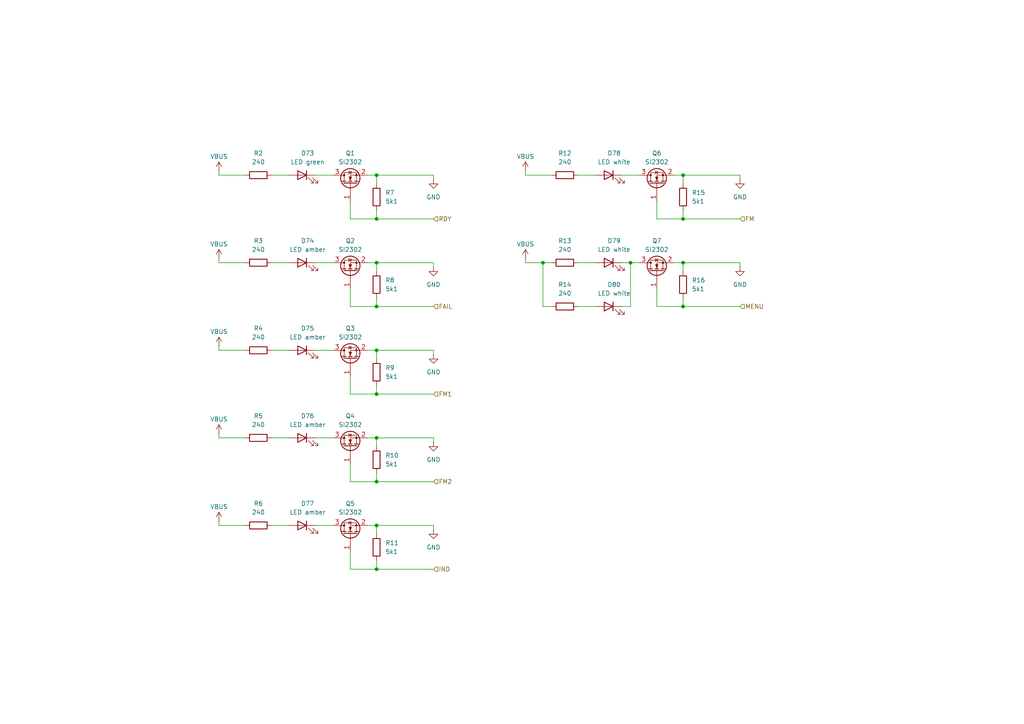
<source format=kicad_sch>
(kicad_sch (version 20231120) (generator "eeschema") (generator_version "8.0")
  (paper "A4")
  (lib_symbols
    (symbol "Device:LED" (pin_numbers hide) (pin_names (offset 1.016) hide)
      (property "Reference" "D" (at 0 2.54 0))
      (property "Value" "LED" (at 0 -2.54 0))
      (symbol "LED_0_1"
        (polyline (pts (xy -1.27 -1.27) (xy -1.27 1.27)) (stroke (width 0.254)))
        (polyline (pts (xy -1.27 0) (xy 1.27 0)))
        (polyline (pts (xy 1.27 -1.27) (xy 1.27 1.27) (xy -1.27 0) (xy 1.27 -1.27)) (stroke (width 0.254)))
        (polyline (pts (xy -3.048 -0.762) (xy -4.572 -2.286) (xy -3.81 -2.286) (xy -4.572 -2.286) (xy -4.572 -1.524)))
        (polyline (pts (xy -1.778 -0.762) (xy -3.302 -2.286) (xy -2.54 -2.286) (xy -3.302 -2.286) (xy -3.302 -1.524)))
      )
      (symbol "LED_1_1"
        (pin passive line (at -3.81 0 0) (length 2.54) (name "K") (number "1"))
        (pin passive line (at 3.81 0 180) (length 2.54) (name "A") (number "2"))
      )
    )
    (symbol "Device:R" (pin_numbers hide) (pin_names (offset 0))
      (property "Reference" "R" (at 2.032 0 90))
      (property "Value" "R" (at 0 0 90))
      (symbol "R_0_1"
        (rectangle (start -1.016 -2.54) (end 1.016 2.54) (stroke (width 0.254)))
      )
      (symbol "R_1_1"
        (pin passive line (at 0 3.81 270) (length 1.27) (name "~") (number "1"))
        (pin passive line (at 0 -3.81 90) (length 1.27) (name "~") (number "2"))
      )
    )
    (symbol "Transistor_FET:2N7002K" (pin_names hide)
      (property "Reference" "Q" (at 5.08 1.905 0))
      (property "Value" "2N7002K" (at 5.08 0 0))
      (symbol "2N7002K_0_1"
        (polyline (pts (xy 0.254 0) (xy -2.54 0)))
        (polyline (pts (xy 0.254 1.905) (xy 0.254 -1.905)) (stroke (width 0.254)))
        (polyline (pts (xy 0.762 -1.27) (xy 0.762 -2.286)) (stroke (width 0.254)))
        (polyline (pts (xy 0.762 0.508) (xy 0.762 -0.508)) (stroke (width 0.254)))
        (polyline (pts (xy 0.762 2.286) (xy 0.762 1.27)) (stroke (width 0.254)))
        (polyline (pts (xy 2.54 2.54) (xy 2.54 1.778)))
        (polyline (pts (xy 2.54 -2.54) (xy 2.54 0) (xy 0.762 0)))
        (polyline (pts (xy 0.762 -1.778) (xy 3.302 -1.778) (xy 3.302 1.778) (xy 0.762 1.778)))
        (polyline (pts (xy 1.016 0) (xy 2.032 0.381) (xy 2.032 -0.381) (xy 1.016 0)) (fill (type outline)))
        (polyline (pts (xy 2.794 0.508) (xy 2.921 0.381) (xy 3.683 0.381) (xy 3.81 0.254)))
        (polyline (pts (xy 3.302 0.381) (xy 2.921 -0.254) (xy 3.683 -0.254) (xy 3.302 0.381)))
        (circle (center 1.651 0) (radius 2.794) (stroke (width 0.254)))
        (circle (center 2.54 -1.778) (radius 0.254) (fill (type outline)))
        (circle (center 2.54 1.778) (radius 0.254) (fill (type outline)))
      )
      (symbol "2N7002K_1_1"
        (pin input line (at -5.08 0 0) (length 2.54) (name "G") (number "1"))
        (pin passive line (at 2.54 -5.08 90) (length 2.54) (name "S") (number "2"))
        (pin passive line (at 2.54 5.08 270) (length 2.54) (name "D") (number "3"))
      )
    )
    (symbol "power:GND" (power) (pin_numbers hide) (pin_names (offset 0) hide)
      (property "Value" "GND" (at 0 -3.81 0))
      (symbol "GND_0_1"
        (polyline (pts (xy 0 0) (xy 0 -1.27) (xy 1.27 -1.27) (xy 0 -2.54) (xy -1.27 -1.27) (xy 0 -1.27)))
      )
      (symbol "GND_1_1"
        (pin power_in line (at 0 0 270) (length 0) (name "~") (number "1"))
      )
    )
    (symbol "power:VBUS" (power) (pin_numbers hide) (pin_names (offset 0) hide)
      (property "Value" "VBUS" (at 0 3.556 0))
      (symbol "VBUS_0_1"
        (polyline (pts (xy -0.762 1.27) (xy 0 2.54)))
        (polyline (pts (xy 0 0) (xy 0 2.54)))
        (polyline (pts (xy 0 2.54) (xy 0.762 1.27)))
      )
      (symbol "VBUS_1_1"
        (pin power_in line (at 0 0 90) (length 0) (name "~") (number "1"))
      )
    )
  )
  (junction (at 109.22 88.9))
  (junction (at 198.12 88.9))
  (junction (at 109.22 139.7))
  (junction (at 198.12 76.2))
  (junction (at 157.48 76.2))
  (junction (at 109.22 63.5))
  (junction (at 182.88 76.2))
  (junction (at 109.22 165.1))
  (junction (at 198.12 50.8))
  (junction (at 109.22 50.8))
  (junction (at 109.22 76.2))
  (junction (at 198.12 63.5))
  (junction (at 109.22 101.6))
  (junction (at 109.22 114.3))
  (junction (at 109.22 127))
  (junction (at 109.22 152.4))
  (wire (pts (xy 190.5 58.42) (xy 190.5 63.5)))
  (wire (pts (xy 101.6 83.82) (xy 101.6 88.9)))
  (wire (pts (xy 125.73 101.6) (xy 109.22 101.6)))
  (wire (pts (xy 63.5 50.8) (xy 63.5 49.53)))
  (wire (pts (xy 63.5 127) (xy 71.12 127)))
  (wire (pts (xy 125.73 127) (xy 109.22 127)))
  (wire (pts (xy 198.12 76.2) (xy 198.12 78.74)))
  (wire (pts (xy 109.22 162.56) (xy 109.22 165.1)))
  (wire (pts (xy 78.74 152.4) (xy 83.82 152.4)))
  (wire (pts (xy 198.12 63.5) (xy 214.63 63.5)))
  (wire (pts (xy 106.68 50.8) (xy 109.22 50.8)))
  (wire (pts (xy 63.5 76.2) (xy 71.12 76.2)))
  (wire (pts (xy 198.12 88.9) (xy 214.63 88.9)))
  (wire (pts (xy 63.5 76.2) (xy 63.5 74.93)))
  (wire (pts (xy 180.34 88.9) (xy 182.88 88.9)))
  (wire (pts (xy 101.6 63.5) (xy 109.22 63.5)))
  (wire (pts (xy 214.63 77.47) (xy 214.63 76.2)))
  (wire (pts (xy 157.48 88.9) (xy 157.48 76.2)))
  (wire (pts (xy 91.44 152.4) (xy 96.52 152.4)))
  (wire (pts (xy 109.22 63.5) (xy 125.73 63.5)))
  (wire (pts (xy 109.22 111.76) (xy 109.22 114.3)))
  (wire (pts (xy 78.74 101.6) (xy 83.82 101.6)))
  (wire (pts (xy 91.44 127) (xy 96.52 127)))
  (wire (pts (xy 101.6 109.22) (xy 101.6 114.3)))
  (wire (pts (xy 63.5 127) (xy 63.5 125.73)))
  (wire (pts (xy 182.88 76.2) (xy 182.88 88.9)))
  (wire (pts (xy 109.22 127) (xy 109.22 129.54)))
  (wire (pts (xy 125.73 50.8) (xy 109.22 50.8)))
  (wire (pts (xy 152.4 50.8) (xy 152.4 49.53)))
  (wire (pts (xy 125.73 102.87) (xy 125.73 101.6)))
  (wire (pts (xy 182.88 76.2) (xy 185.42 76.2)))
  (wire (pts (xy 101.6 58.42) (xy 101.6 63.5)))
  (wire (pts (xy 63.5 152.4) (xy 71.12 152.4)))
  (wire (pts (xy 195.58 50.8) (xy 198.12 50.8)))
  (wire (pts (xy 198.12 60.96) (xy 198.12 63.5)))
  (wire (pts (xy 63.5 101.6) (xy 63.5 100.33)))
  (wire (pts (xy 214.63 52.07) (xy 214.63 50.8)))
  (wire (pts (xy 78.74 127) (xy 83.82 127)))
  (wire (pts (xy 152.4 50.8) (xy 160.02 50.8)))
  (wire (pts (xy 190.5 83.82) (xy 190.5 88.9)))
  (wire (pts (xy 167.64 76.2) (xy 172.72 76.2)))
  (wire (pts (xy 91.44 101.6) (xy 96.52 101.6)))
  (wire (pts (xy 152.4 76.2) (xy 152.4 74.93)))
  (wire (pts (xy 152.4 76.2) (xy 157.48 76.2)))
  (wire (pts (xy 109.22 86.36) (xy 109.22 88.9)))
  (wire (pts (xy 109.22 76.2) (xy 109.22 78.74)))
  (wire (pts (xy 63.5 101.6) (xy 71.12 101.6)))
  (wire (pts (xy 78.74 76.2) (xy 83.82 76.2)))
  (wire (pts (xy 125.73 128.27) (xy 125.73 127)))
  (wire (pts (xy 101.6 160.02) (xy 101.6 165.1)))
  (wire (pts (xy 157.48 76.2) (xy 160.02 76.2)))
  (wire (pts (xy 91.44 50.8) (xy 96.52 50.8)))
  (wire (pts (xy 109.22 60.96) (xy 109.22 63.5)))
  (wire (pts (xy 109.22 88.9) (xy 125.73 88.9)))
  (wire (pts (xy 195.58 76.2) (xy 198.12 76.2)))
  (wire (pts (xy 125.73 152.4) (xy 109.22 152.4)))
  (wire (pts (xy 214.63 76.2) (xy 198.12 76.2)))
  (wire (pts (xy 190.5 88.9) (xy 198.12 88.9)))
  (wire (pts (xy 167.64 50.8) (xy 172.72 50.8)))
  (wire (pts (xy 101.6 88.9) (xy 109.22 88.9)))
  (wire (pts (xy 109.22 101.6) (xy 109.22 104.14)))
  (wire (pts (xy 109.22 165.1) (xy 125.73 165.1)))
  (wire (pts (xy 106.68 101.6) (xy 109.22 101.6)))
  (wire (pts (xy 78.74 50.8) (xy 83.82 50.8)))
  (wire (pts (xy 125.73 76.2) (xy 109.22 76.2)))
  (wire (pts (xy 63.5 50.8) (xy 71.12 50.8)))
  (wire (pts (xy 106.68 76.2) (xy 109.22 76.2)))
  (wire (pts (xy 109.22 137.16) (xy 109.22 139.7)))
  (wire (pts (xy 106.68 152.4) (xy 109.22 152.4)))
  (wire (pts (xy 125.73 153.67) (xy 125.73 152.4)))
  (wire (pts (xy 101.6 134.62) (xy 101.6 139.7)))
  (wire (pts (xy 91.44 76.2) (xy 96.52 76.2)))
  (wire (pts (xy 214.63 50.8) (xy 198.12 50.8)))
  (wire (pts (xy 109.22 152.4) (xy 109.22 154.94)))
  (wire (pts (xy 198.12 86.36) (xy 198.12 88.9)))
  (wire (pts (xy 125.73 77.47) (xy 125.73 76.2)))
  (wire (pts (xy 106.68 127) (xy 109.22 127)))
  (wire (pts (xy 180.34 50.8) (xy 185.42 50.8)))
  (wire (pts (xy 109.22 50.8) (xy 109.22 53.34)))
  (wire (pts (xy 160.02 88.9) (xy 157.48 88.9)))
  (wire (pts (xy 190.5 63.5) (xy 198.12 63.5)))
  (wire (pts (xy 101.6 114.3) (xy 109.22 114.3)))
  (wire (pts (xy 180.34 76.2) (xy 182.88 76.2)))
  (wire (pts (xy 167.64 88.9) (xy 172.72 88.9)))
  (wire (pts (xy 109.22 139.7) (xy 125.73 139.7)))
  (wire (pts (xy 101.6 139.7) (xy 109.22 139.7)))
  (wire (pts (xy 109.22 114.3) (xy 125.73 114.3)))
  (wire (pts (xy 63.5 152.4) (xy 63.5 151.13)))
  (wire (pts (xy 101.6 165.1) (xy 109.22 165.1)))
  (wire (pts (xy 125.73 52.07) (xy 125.73 50.8)))
  (wire (pts (xy 198.12 50.8) (xy 198.12 53.34)))
  (hierarchical_label "FAIL" (shape input) (at 125.73 88.9 0))
  (hierarchical_label "FM1" (shape input) (at 125.73 114.3 0))
  (hierarchical_label "MENU" (shape input) (at 214.63 88.9 0))
  (hierarchical_label "RDY" (shape input) (at 125.73 63.5 0))
  (hierarchical_label "FM" (shape input) (at 214.63 63.5 0))
  (hierarchical_label "IND" (shape input) (at 125.73 165.1 0))
  (hierarchical_label "FM2" (shape input) (at 125.73 139.7 0))
  (symbol (lib_id "Transistor_FET:2N7002K") (at 190.5 78.74 90) (unit 1)
    (property "Reference" "Q7" (at 190.5 69.85 90))
    (property "Value" "SI2302" (at 190.5 72.39 90))
    (property "Footprint" "Package_TO_SOT_SMD:SOT-23" (effects (hide yes)))
    (property "Datasheet" "https://www.diodes.com/assets/Datasheets/ds30896.pdf" (effects (hide yes)))
    (property "Description" "0.38A Id, 60V Vds, N-Channel MOSFET, SOT-23" (effects (hide yes)))
    (property "Manufracturer" "YONGYUTAI" (effects (hide yes)))
    (property "Manufracturer Part Number" "SI2302" (effects (hide yes)))
    (property "JLCPCB Part" "C2891732" (effects (hide yes)))
  )
  (symbol (lib_id "Device:LED") (at 176.53 50.8 0) (mirror y) (unit 1)
    (property "Reference" "D78" (at 178.1175 44.45 0))
    (property "Value" "LED white" (at 178.1175 46.99 0))
    (property "Footprint" "LED_SMD:LED_0805_2012Metric" (effects (hide yes)))
    (property "Datasheet" "https://www.lcsc.com/datasheet/lcsc_datasheet_2402181504_XINGLIGHT-XL-2012WWC-DS_C3646928.pdf" (effects (hide yes)))
    (property "JLCPCB Part" "C3646928" (effects (hide yes)))
    (property "Manufracturer" "XINGLIGHT" (effects (hide yes)))
    (property "Manufracturer Part Number" "XL-2012WWC-DS" (effects (hide yes)))
  )
  (symbol (lib_id "Device:R") (at 109.22 82.55 180) (unit 1)
    (property "Reference" "R8" (at 111.76 81.28 0) (effects (justify right)))
    (property "Value" "5k1" (at 111.76 83.82 0) (effects (justify right)))
    (property "Footprint" "Resistor_SMD:R_0603_1608Metric" (effects (hide yes)))
    (property "Datasheet" "https://www.lcsc.com/datasheet/lcsc_datasheet_2206010116_UNI-ROYAL-Uniroyal-Elec-0603WAF5101T5E_C23186.pdf" (effects (hide yes)))
    (property "JLCPCB Part" "C23186" (effects (hide yes)))
    (property "Manufracturer" "UNI-ROYAL(Uniroyal Elec)" (effects (hide yes)))
    (property "Manufracturer Part Number" "0603WAF5101T5E" (effects (hide yes)))
  )
  (symbol (lib_id "Device:R") (at 198.12 57.15 180) (unit 1)
    (property "Reference" "R15" (at 200.66 55.88 0) (effects (justify right)))
    (property "Value" "5k1" (at 200.66 58.42 0) (effects (justify right)))
    (property "Footprint" "Resistor_SMD:R_0603_1608Metric" (effects (hide yes)))
    (property "Datasheet" "https://www.lcsc.com/datasheet/lcsc_datasheet_2206010116_UNI-ROYAL-Uniroyal-Elec-0603WAF5101T5E_C23186.pdf" (effects (hide yes)))
    (property "JLCPCB Part" "C23186" (effects (hide yes)))
    (property "Manufracturer" "UNI-ROYAL(Uniroyal Elec)" (effects (hide yes)))
    (property "Manufracturer Part Number" "0603WAF5101T5E" (effects (hide yes)))
  )
  (symbol (lib_id "Device:LED") (at 87.63 152.4 0) (mirror y) (unit 1)
    (property "Reference" "D77" (at 89.2175 146.05 0))
    (property "Value" "LED amber" (at 89.2175 148.59 0))
    (property "Footprint" "LED_SMD:LED_0603_1608Metric" (effects (hide yes)))
    (property "Datasheet" "https://www.lcsc.com/datasheet/lcsc_datasheet_1810092051_BrtLed-Bright-LED-Elec-BL-HJC36G-AV-TRB_C165983.pdf" (effects (hide yes)))
    (property "JLCPCB Part" "C165983" (effects (hide yes)))
    (property "Manufracturer" "BrtLed(Bright LED Elec)" (effects (hide yes)))
    (property "Manufracturer Part Number" "BL-HJC36G-AV-TRB" (effects (hide yes)))
  )
  (symbol (lib_id "power:VBUS") (at 63.5 74.93 0) (unit 1)
    (property "Reference" "#PWR017" (effects (hide yes)))
    (property "Value" "VBUS" (at 63.5 70.7969 0))
    (property "Description" "Power symbol creates a global label with name \"VBUS\"" (effects (hide yes)))
  )
  (symbol (lib_id "power:GND") (at 125.73 77.47 0) (unit 1)
    (property "Reference" "#PWR022" (effects (hide yes)))
    (property "Value" "GND" (at 125.73 82.55 0))
    (property "Description" "Power symbol creates a global label with name \"GND\" , ground" (effects (hide yes)))
  )
  (symbol (lib_id "Device:LED") (at 176.53 88.9 0) (mirror y) (unit 1)
    (property "Reference" "D80" (at 178.1175 82.55 0))
    (property "Value" "LED white" (at 178.1175 85.09 0))
    (property "Footprint" "LED_SMD:LED_0805_2012Metric" (effects (hide yes)))
    (property "Datasheet" "https://www.lcsc.com/datasheet/lcsc_datasheet_2402181504_XINGLIGHT-XL-2012WWC-DS_C3646928.pdf" (effects (hide yes)))
    (property "JLCPCB Part" "C3646928" (effects (hide yes)))
    (property "Manufracturer" "XINGLIGHT" (effects (hide yes)))
    (property "Manufracturer Part Number" "XL-2012WWC-DS" (effects (hide yes)))
  )
  (symbol (lib_id "Device:R") (at 109.22 107.95 180) (unit 1)
    (property "Reference" "R9" (at 111.76 106.68 0) (effects (justify right)))
    (property "Value" "5k1" (at 111.76 109.22 0) (effects (justify right)))
    (property "Footprint" "Resistor_SMD:R_0603_1608Metric" (effects (hide yes)))
    (property "Datasheet" "https://www.lcsc.com/datasheet/lcsc_datasheet_2206010116_UNI-ROYAL-Uniroyal-Elec-0603WAF5101T5E_C23186.pdf" (effects (hide yes)))
    (property "JLCPCB Part" "C23186" (effects (hide yes)))
    (property "Manufracturer" "UNI-ROYAL(Uniroyal Elec)" (effects (hide yes)))
    (property "Manufracturer Part Number" "0603WAF5101T5E" (effects (hide yes)))
  )
  (symbol (lib_id "Transistor_FET:2N7002K") (at 190.5 53.34 90) (unit 1)
    (property "Reference" "Q6" (at 190.5 44.45 90))
    (property "Value" "SI2302" (at 190.5 46.99 90))
    (property "Footprint" "Package_TO_SOT_SMD:SOT-23" (effects (hide yes)))
    (property "Datasheet" "https://www.diodes.com/assets/Datasheets/ds30896.pdf" (effects (hide yes)))
    (property "Description" "0.38A Id, 60V Vds, N-Channel MOSFET, SOT-23" (effects (hide yes)))
    (property "Manufracturer" "YONGYUTAI" (effects (hide yes)))
    (property "Manufracturer Part Number" "SI2302" (effects (hide yes)))
    (property "JLCPCB Part" "C2891732" (effects (hide yes)))
  )
  (symbol (lib_id "Device:R") (at 109.22 57.15 180) (unit 1)
    (property "Reference" "R7" (at 111.76 55.88 0) (effects (justify right)))
    (property "Value" "5k1" (at 111.76 58.42 0) (effects (justify right)))
    (property "Footprint" "Resistor_SMD:R_0603_1608Metric" (effects (hide yes)))
    (property "Datasheet" "https://www.lcsc.com/datasheet/lcsc_datasheet_2206010116_UNI-ROYAL-Uniroyal-Elec-0603WAF5101T5E_C23186.pdf" (effects (hide yes)))
    (property "JLCPCB Part" "C23186" (effects (hide yes)))
    (property "Manufracturer" "UNI-ROYAL(Uniroyal Elec)" (effects (hide yes)))
    (property "Manufracturer Part Number" "0603WAF5101T5E" (effects (hide yes)))
  )
  (symbol (lib_id "Transistor_FET:2N7002K") (at 101.6 78.74 90) (unit 1)
    (property "Reference" "Q2" (at 101.6 69.85 90))
    (property "Value" "SI2302" (at 101.6 72.39 90))
    (property "Footprint" "Package_TO_SOT_SMD:SOT-23" (effects (hide yes)))
    (property "Datasheet" "https://www.diodes.com/assets/Datasheets/ds30896.pdf" (effects (hide yes)))
    (property "Description" "0.38A Id, 60V Vds, N-Channel MOSFET, SOT-23" (effects (hide yes)))
    (property "Manufracturer" "YONGYUTAI" (effects (hide yes)))
    (property "Manufracturer Part Number" "SI2302" (effects (hide yes)))
    (property "JLCPCB Part" "C2891732" (effects (hide yes)))
  )
  (symbol (lib_id "Device:R") (at 74.93 152.4 90) (unit 1)
    (property "Reference" "R6" (at 74.93 146.05 90))
    (property "Value" "240" (at 74.93 148.59 90))
    (property "Footprint" "Resistor_SMD:R_0805_2012Metric" (effects (hide yes)))
    (property "Datasheet" "https://www.lcsc.com/datasheet/lcsc_datasheet_2206010200_UNI-ROYAL-Uniroyal-Elec-0805W8F2400T5E_C17572.pdf" (effects (hide yes)))
    (property "JLCPCB Part" "C17572" (effects (hide yes)))
    (property "Manufracturer" "UNI-ROYAL(Uniroyal Elec)" (effects (hide yes)))
    (property "Manufracturer Part Number" "0805W8F2400T5E" (effects (hide yes)))
  )
  (symbol (lib_id "Transistor_FET:2N7002K") (at 101.6 154.94 90) (unit 1)
    (property "Reference" "Q5" (at 101.6 146.05 90))
    (property "Value" "SI2302" (at 101.6 148.59 90))
    (property "Footprint" "Package_TO_SOT_SMD:SOT-23" (effects (hide yes)))
    (property "Datasheet" "https://www.diodes.com/assets/Datasheets/ds30896.pdf" (effects (hide yes)))
    (property "Description" "0.38A Id, 60V Vds, N-Channel MOSFET, SOT-23" (effects (hide yes)))
    (property "Manufracturer" "YONGYUTAI" (effects (hide yes)))
    (property "Manufracturer Part Number" "SI2302" (effects (hide yes)))
    (property "JLCPCB Part" "C2891732" (effects (hide yes)))
  )
  (symbol (lib_id "Device:LED") (at 87.63 127 0) (mirror y) (unit 1)
    (property "Reference" "D76" (at 89.2175 120.65 0))
    (property "Value" "LED amber" (at 89.2175 123.19 0))
    (property "Footprint" "LED_SMD:LED_0603_1608Metric" (effects (hide yes)))
    (property "Datasheet" "https://www.lcsc.com/datasheet/lcsc_datasheet_1810092051_BrtLed-Bright-LED-Elec-BL-HJC36G-AV-TRB_C165983.pdf" (effects (hide yes)))
    (property "JLCPCB Part" "C165983" (effects (hide yes)))
    (property "Manufracturer" "BrtLed(Bright LED Elec)" (effects (hide yes)))
    (property "Manufracturer Part Number" "BL-HJC36G-AV-TRB" (effects (hide yes)))
  )
  (symbol (lib_id "power:VBUS") (at 152.4 49.53 0) (unit 1)
    (property "Reference" "#PWR026" (effects (hide yes)))
    (property "Value" "VBUS" (at 152.4 45.3969 0))
    (property "Description" "Power symbol creates a global label with name \"VBUS\"" (effects (hide yes)))
  )
  (symbol (lib_id "Device:R") (at 163.83 50.8 90) (unit 1)
    (property "Reference" "R12" (at 163.83 44.45 90))
    (property "Value" "240" (at 163.83 46.99 90))
    (property "Footprint" "Resistor_SMD:R_0805_2012Metric" (effects (hide yes)))
    (property "Datasheet" "https://www.lcsc.com/datasheet/lcsc_datasheet_2206010200_UNI-ROYAL-Uniroyal-Elec-0805W8F2400T5E_C17572.pdf" (effects (hide yes)))
    (property "JLCPCB Part" "C17572" (effects (hide yes)))
    (property "Manufracturer" "UNI-ROYAL(Uniroyal Elec)" (effects (hide yes)))
    (property "Manufracturer Part Number" "0805W8F2400T5E" (effects (hide yes)))
  )
  (symbol (lib_id "Device:R") (at 74.93 101.6 90) (unit 1)
    (property "Reference" "R4" (at 74.93 95.25 90))
    (property "Value" "240" (at 74.93 97.79 90))
    (property "Footprint" "Resistor_SMD:R_0805_2012Metric" (effects (hide yes)))
    (property "Datasheet" "https://www.lcsc.com/datasheet/lcsc_datasheet_2206010200_UNI-ROYAL-Uniroyal-Elec-0805W8F2400T5E_C17572.pdf" (effects (hide yes)))
    (property "JLCPCB Part" "C17572" (effects (hide yes)))
    (property "Manufracturer" "UNI-ROYAL(Uniroyal Elec)" (effects (hide yes)))
    (property "Manufracturer Part Number" "0805W8F2400T5E" (effects (hide yes)))
  )
  (symbol (lib_id "power:GND") (at 125.73 128.27 0) (unit 1)
    (property "Reference" "#PWR024" (effects (hide yes)))
    (property "Value" "GND" (at 125.73 133.35 0))
    (property "Description" "Power symbol creates a global label with name \"GND\" , ground" (effects (hide yes)))
  )
  (symbol (lib_id "power:VBUS") (at 63.5 151.13 0) (unit 1)
    (property "Reference" "#PWR020" (effects (hide yes)))
    (property "Value" "VBUS" (at 63.5 146.9969 0))
    (property "Description" "Power symbol creates a global label with name \"VBUS\"" (effects (hide yes)))
  )
  (symbol (lib_id "Device:R") (at 74.93 127 90) (unit 1)
    (property "Reference" "R5" (at 74.93 120.65 90))
    (property "Value" "240" (at 74.93 123.19 90))
    (property "Footprint" "Resistor_SMD:R_0805_2012Metric" (effects (hide yes)))
    (property "Datasheet" "https://www.lcsc.com/datasheet/lcsc_datasheet_2206010200_UNI-ROYAL-Uniroyal-Elec-0805W8F2400T5E_C17572.pdf" (effects (hide yes)))
    (property "JLCPCB Part" "C17572" (effects (hide yes)))
    (property "Manufracturer" "UNI-ROYAL(Uniroyal Elec)" (effects (hide yes)))
    (property "Manufracturer Part Number" "0805W8F2400T5E" (effects (hide yes)))
  )
  (symbol (lib_id "Transistor_FET:2N7002K") (at 101.6 53.34 90) (unit 1)
    (property "Reference" "Q1" (at 101.6 44.45 90))
    (property "Value" "SI2302" (at 101.6 46.99 90))
    (property "Footprint" "Package_TO_SOT_SMD:SOT-23" (effects (hide yes)))
    (property "Datasheet" "https://www.diodes.com/assets/Datasheets/ds30896.pdf" (effects (hide yes)))
    (property "Description" "0.38A Id, 60V Vds, N-Channel MOSFET, SOT-23" (effects (hide yes)))
    (property "Manufracturer" "YONGYUTAI" (effects (hide yes)))
    (property "Manufracturer Part Number" "SI2302" (effects (hide yes)))
    (property "JLCPCB Part" "C2891732" (effects (hide yes)))
  )
  (symbol (lib_id "Device:R") (at 163.83 76.2 90) (unit 1)
    (property "Reference" "R13" (at 163.83 69.85 90))
    (property "Value" "240" (at 163.83 72.39 90))
    (property "Footprint" "Resistor_SMD:R_0805_2012Metric" (effects (hide yes)))
    (property "Datasheet" "https://www.lcsc.com/datasheet/lcsc_datasheet_2206010200_UNI-ROYAL-Uniroyal-Elec-0805W8F2400T5E_C17572.pdf" (effects (hide yes)))
    (property "JLCPCB Part" "C17572" (effects (hide yes)))
    (property "Manufracturer" "UNI-ROYAL(Uniroyal Elec)" (effects (hide yes)))
    (property "Manufracturer Part Number" "0805W8F2400T5E" (effects (hide yes)))
  )
  (symbol (lib_id "power:GND") (at 125.73 52.07 0) (unit 1)
    (property "Reference" "#PWR021" (effects (hide yes)))
    (property "Value" "GND" (at 125.73 57.15 0))
    (property "Description" "Power symbol creates a global label with name \"GND\" , ground" (effects (hide yes)))
  )
  (symbol (lib_id "Device:R") (at 163.83 88.9 90) (unit 1)
    (property "Reference" "R14" (at 163.83 82.55 90))
    (property "Value" "240" (at 163.83 85.09 90))
    (property "Footprint" "Resistor_SMD:R_0805_2012Metric" (effects (hide yes)))
    (property "Datasheet" "https://www.lcsc.com/datasheet/lcsc_datasheet_2206010200_UNI-ROYAL-Uniroyal-Elec-0805W8F2400T5E_C17572.pdf" (effects (hide yes)))
    (property "JLCPCB Part" "C17572" (effects (hide yes)))
    (property "Manufracturer" "UNI-ROYAL(Uniroyal Elec)" (effects (hide yes)))
    (property "Manufracturer Part Number" "0805W8F2400T5E" (effects (hide yes)))
  )
  (symbol (lib_id "power:GND") (at 125.73 102.87 0) (unit 1)
    (property "Reference" "#PWR023" (effects (hide yes)))
    (property "Value" "GND" (at 125.73 107.95 0))
    (property "Description" "Power symbol creates a global label with name \"GND\" , ground" (effects (hide yes)))
  )
  (symbol (lib_id "power:GND") (at 214.63 52.07 0) (unit 1)
    (property "Reference" "#PWR028" (effects (hide yes)))
    (property "Value" "GND" (at 214.63 57.15 0))
    (property "Description" "Power symbol creates a global label with name \"GND\" , ground" (effects (hide yes)))
  )
  (symbol (lib_id "Device:R") (at 74.93 50.8 90) (unit 1)
    (property "Reference" "R2" (at 74.93 44.45 90))
    (property "Value" "240" (at 74.93 46.99 90))
    (property "Footprint" "Resistor_SMD:R_0805_2012Metric" (effects (hide yes)))
    (property "Datasheet" "https://www.lcsc.com/datasheet/lcsc_datasheet_2206010200_UNI-ROYAL-Uniroyal-Elec-0805W8F2400T5E_C17572.pdf" (effects (hide yes)))
    (property "JLCPCB Part" "C17572" (effects (hide yes)))
    (property "Manufracturer" "UNI-ROYAL(Uniroyal Elec)" (effects (hide yes)))
    (property "Manufracturer Part Number" "0805W8F2400T5E" (effects (hide yes)))
  )
  (symbol (lib_id "Device:R") (at 109.22 158.75 180) (unit 1)
    (property "Reference" "R11" (at 111.76 157.48 0) (effects (justify right)))
    (property "Value" "5k1" (at 111.76 160.02 0) (effects (justify right)))
    (property "Footprint" "Resistor_SMD:R_0603_1608Metric" (effects (hide yes)))
    (property "Datasheet" "https://www.lcsc.com/datasheet/lcsc_datasheet_2206010116_UNI-ROYAL-Uniroyal-Elec-0603WAF5101T5E_C23186.pdf" (effects (hide yes)))
    (property "JLCPCB Part" "C23186" (effects (hide yes)))
    (property "Manufracturer" "UNI-ROYAL(Uniroyal Elec)" (effects (hide yes)))
    (property "Manufracturer Part Number" "0603WAF5101T5E" (effects (hide yes)))
  )
  (symbol (lib_id "Device:R") (at 109.22 133.35 180) (unit 1)
    (property "Reference" "R10" (at 111.76 132.08 0) (effects (justify right)))
    (property "Value" "5k1" (at 111.76 134.62 0) (effects (justify right)))
    (property "Footprint" "Resistor_SMD:R_0603_1608Metric" (effects (hide yes)))
    (property "Datasheet" "https://www.lcsc.com/datasheet/lcsc_datasheet_2206010116_UNI-ROYAL-Uniroyal-Elec-0603WAF5101T5E_C23186.pdf" (effects (hide yes)))
    (property "JLCPCB Part" "C23186" (effects (hide yes)))
    (property "Manufracturer" "UNI-ROYAL(Uniroyal Elec)" (effects (hide yes)))
    (property "Manufracturer Part Number" "0603WAF5101T5E" (effects (hide yes)))
  )
  (symbol (lib_id "Device:LED") (at 87.63 50.8 0) (mirror y) (unit 1)
    (property "Reference" "D73" (at 89.2175 44.45 0))
    (property "Value" "LED green" (at 89.2175 46.99 0))
    (property "Footprint" "LED_SMD:LED_0805_2012Metric" (effects (hide yes)))
    (property "Datasheet" "https://www.lcsc.com/datasheet/lcsc_datasheet_2402181505_XINGLIGHT-XL-2012SYGC_C965816.pdf" (effects (hide yes)))
    (property "JLCPCB Part" "C965816" (effects (hide yes)))
    (property "Manufracturer" "XINGLIGHT" (effects (hide yes)))
    (property "Manufracturer Part Number" "XL-2012SYGC" (effects (hide yes)))
  )
  (symbol (lib_id "power:VBUS") (at 63.5 125.73 0) (unit 1)
    (property "Reference" "#PWR019" (effects (hide yes)))
    (property "Value" "VBUS" (at 63.5 121.5969 0))
    (property "Description" "Power symbol creates a global label with name \"VBUS\"" (effects (hide yes)))
  )
  (symbol (lib_id "Device:LED") (at 87.63 76.2 0) (mirror y) (unit 1)
    (property "Reference" "D74" (at 89.2175 69.85 0))
    (property "Value" "LED amber" (at 89.2175 72.39 0))
    (property "Footprint" "LED_SMD:LED_0603_1608Metric" (effects (hide yes)))
    (property "Datasheet" "https://www.lcsc.com/datasheet/lcsc_datasheet_1810092051_BrtLed-Bright-LED-Elec-BL-HJC36G-AV-TRB_C165983.pdf" (effects (hide yes)))
    (property "JLCPCB Part" "C165983" (effects (hide yes)))
    (property "Manufracturer" "BrtLed(Bright LED Elec)" (effects (hide yes)))
    (property "Manufracturer Part Number" "BL-HJC36G-AV-TRB" (effects (hide yes)))
  )
  (symbol (lib_id "power:VBUS") (at 63.5 100.33 0) (unit 1)
    (property "Reference" "#PWR018" (effects (hide yes)))
    (property "Value" "VBUS" (at 63.5 96.1969 0))
    (property "Description" "Power symbol creates a global label with name \"VBUS\"" (effects (hide yes)))
  )
  (symbol (lib_id "Device:LED") (at 87.63 101.6 0) (mirror y) (unit 1)
    (property "Reference" "D75" (at 89.2175 95.25 0))
    (property "Value" "LED amber" (at 89.2175 97.79 0))
    (property "Footprint" "LED_SMD:LED_0603_1608Metric" (effects (hide yes)))
    (property "Datasheet" "https://www.lcsc.com/datasheet/lcsc_datasheet_1810092051_BrtLed-Bright-LED-Elec-BL-HJC36G-AV-TRB_C165983.pdf" (effects (hide yes)))
    (property "JLCPCB Part" "C165983" (effects (hide yes)))
    (property "Manufracturer" "BrtLed(Bright LED Elec)" (effects (hide yes)))
    (property "Manufracturer Part Number" "BL-HJC36G-AV-TRB" (effects (hide yes)))
  )
  (symbol (lib_id "power:GND") (at 125.73 153.67 0) (unit 1)
    (property "Reference" "#PWR025" (effects (hide yes)))
    (property "Value" "GND" (at 125.73 158.75 0))
    (property "Description" "Power symbol creates a global label with name \"GND\" , ground" (effects (hide yes)))
  )
  (symbol (lib_id "Transistor_FET:2N7002K") (at 101.6 129.54 90) (unit 1)
    (property "Reference" "Q4" (at 101.6 120.65 90))
    (property "Value" "SI2302" (at 101.6 123.19 90))
    (property "Footprint" "Package_TO_SOT_SMD:SOT-23" (effects (hide yes)))
    (property "Datasheet" "https://www.diodes.com/assets/Datasheets/ds30896.pdf" (effects (hide yes)))
    (property "Description" "0.38A Id, 60V Vds, N-Channel MOSFET, SOT-23" (effects (hide yes)))
    (property "Manufracturer" "YONGYUTAI" (effects (hide yes)))
    (property "Manufracturer Part Number" "SI2302" (effects (hide yes)))
    (property "JLCPCB Part" "C2891732" (effects (hide yes)))
  )
  (symbol (lib_id "Device:LED") (at 176.53 76.2 0) (mirror y) (unit 1)
    (property "Reference" "D79" (at 178.1175 69.85 0))
    (property "Value" "LED white" (at 178.1175 72.39 0))
    (property "Footprint" "LED_SMD:LED_0805_2012Metric" (effects (hide yes)))
    (property "Datasheet" "https://www.lcsc.com/datasheet/lcsc_datasheet_2402181504_XINGLIGHT-XL-2012WWC-DS_C3646928.pdf" (effects (hide yes)))
    (property "JLCPCB Part" "C3646928" (effects (hide yes)))
    (property "Manufracturer" "XINGLIGHT" (effects (hide yes)))
    (property "Manufracturer Part Number" "XL-2012WWC-DS" (effects (hide yes)))
  )
  (symbol (lib_id "power:VBUS") (at 152.4 74.93 0) (unit 1)
    (property "Reference" "#PWR027" (effects (hide yes)))
    (property "Value" "VBUS" (at 152.4 70.7969 0))
    (property "Description" "Power symbol creates a global label with name \"VBUS\"" (effects (hide yes)))
  )
  (symbol (lib_id "power:VBUS") (at 63.5 49.53 0) (unit 1)
    (property "Reference" "#PWR016" (effects (hide yes)))
    (property "Value" "VBUS" (at 63.5 45.3969 0))
    (property "Description" "Power symbol creates a global label with name \"VBUS\"" (effects (hide yes)))
  )
  (symbol (lib_id "Transistor_FET:2N7002K") (at 101.6 104.14 90) (unit 1)
    (property "Reference" "Q3" (at 101.6 95.25 90))
    (property "Value" "SI2302" (at 101.6 97.79 90))
    (property "Footprint" "Package_TO_SOT_SMD:SOT-23" (effects (hide yes)))
    (property "Datasheet" "https://www.diodes.com/assets/Datasheets/ds30896.pdf" (effects (hide yes)))
    (property "Description" "0.38A Id, 60V Vds, N-Channel MOSFET, SOT-23" (effects (hide yes)))
    (property "Manufracturer" "YONGYUTAI" (effects (hide yes)))
    (property "Manufracturer Part Number" "SI2302" (effects (hide yes)))
    (property "JLCPCB Part" "C2891732" (effects (hide yes)))
  )
  (symbol (lib_id "power:GND") (at 214.63 77.47 0) (unit 1)
    (property "Reference" "#PWR029" (effects (hide yes)))
    (property "Value" "GND" (at 214.63 82.55 0))
    (property "Description" "Power symbol creates a global label with name \"GND\" , ground" (effects (hide yes)))
  )
  (symbol (lib_id "Device:R") (at 74.93 76.2 90) (unit 1)
    (property "Reference" "R3" (at 74.93 69.85 90))
    (property "Value" "240" (at 74.93 72.39 90))
    (property "Footprint" "Resistor_SMD:R_0805_2012Metric" (effects (hide yes)))
    (property "Datasheet" "https://www.lcsc.com/datasheet/lcsc_datasheet_2206010200_UNI-ROYAL-Uniroyal-Elec-0805W8F2400T5E_C17572.pdf" (effects (hide yes)))
    (property "JLCPCB Part" "C17572" (effects (hide yes)))
    (property "Manufracturer" "UNI-ROYAL(Uniroyal Elec)" (effects (hide yes)))
    (property "Manufracturer Part Number" "0805W8F2400T5E" (effects (hide yes)))
  )
  (symbol (lib_id "Device:R") (at 198.12 82.55 180) (unit 1)
    (property "Reference" "R16" (at 200.66 81.28 0) (effects (justify right)))
    (property "Value" "5k1" (at 200.66 83.82 0) (effects (justify right)))
    (property "Footprint" "Resistor_SMD:R_0603_1608Metric" (effects (hide yes)))
    (property "Datasheet" "https://www.lcsc.com/datasheet/lcsc_datasheet_2206010116_UNI-ROYAL-Uniroyal-Elec-0603WAF5101T5E_C23186.pdf" (effects (hide yes)))
    (property "JLCPCB Part" "C23186" (effects (hide yes)))
    (property "Manufracturer" "UNI-ROYAL(Uniroyal Elec)" (effects (hide yes)))
    (property "Manufracturer Part Number" "0603WAF5101T5E" (effects (hide yes)))
  )
)
</source>
